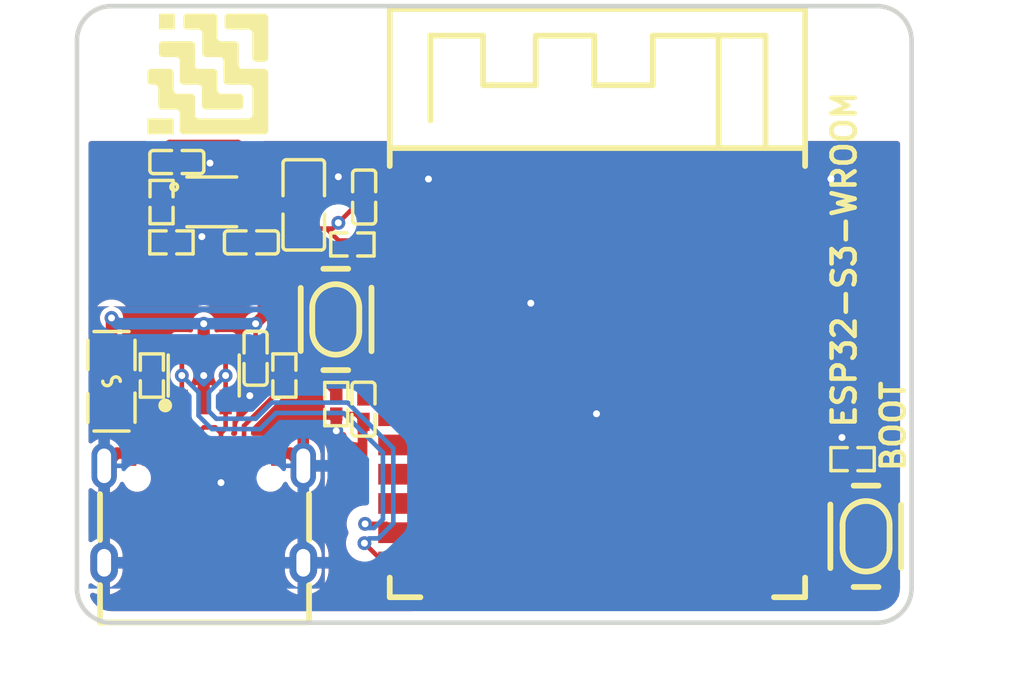
<source format=kicad_pcb>
(kicad_pcb (version 20241229) (generator "pcbnew") (generator_version "9.0")
  (layers (0 "F.Cu" signal) (2 "B.Cu" signal) (13 "F.Paste" user) (15 "B.Paste" user) (5 "F.SilkS" user "F.Silkscreen") (7 "B.SilkS" user "B.Silkscreen") (1 "F.Mask" user) (3 "B.Mask" user) (25 "Edge.Cuts" user))
  (net 0 "")
  (net 1 "DNC")
  (net 2 "i2c[0]-SCL")
  (net 3 "RXD0")
  (net 4 "SDA")
  (net 5 "IO9")
  (net 6 "spi_cs[2]-line")
  (net 7 "TXD0")
  (net 8 "CTS")
  (net 9 "IO47")
  (net 10 "spi_cs[3]-SCL")
  (net 11 "TMS")
  (net 12 "TX")
  (net 13 "i2s[1]-SD")
  (net 14 "i2s[1]-WS")
  (net 15 "IO46")
  (net 16 "IO45")
  (net 17 "TDO")
  (net 18 "IO36")
  (net 19 "IO35")
  (net 20 "i2s[0]-SCK")
  (net 21 "SCLK")
  (net 22 "RX")
  (net 23 "spi[2]-MISO")
  (net 24 "i2s[0]-SD")
  (net 25 "uart[0]-MOSI")
  (net 26 "spi[2]-MOSI")
  (net 27 "i2s[1]-SCK")
  (net 28 "IO48")
  (net 29 "TDI")
  (net 30 "TCK")
  (net 31 "IO37")
  (net 32 "uart[1]-MISO")
  (net 33 "IO38")
  (net 34 "i2s[0]-WS")
  (net 35 "output-output")
  (net 36 "button-input-input-1")
  (net 37 "gpios[0]-output")
  (net 38 "button-input-input-0")
  (net 39 "VDIV_OUTPUT")
  (net 40 "power-VCC")
  (net 41 "sbu[1]-line")
  (net 42 "power_in-VCC")
  (net 43 "GND")
  (net 44 "USB_D_N")
  (net 45 "USB_D_P")
  (net 46 "cc[1]-line")
  (net 47 "sbu[0]-line")
  (net 48 "power_vbus-VCC")
  (net 49 "cc[0]-line")
  (net 50 "net")
  (footprint "Samsung_Electro_Mechanics_CL05B104KO5NNNC:C0402" (layer "F.Cu") (at 137 126.25 -90)
    (property "Reference" "C3" (hide yes))
    (property "Value" "100nF ±10% 16V X7R")
  )
  (footprint "Samsung_Electro_Mechanics_CL05B104KO5NNNC:C0402" (layer "F.Cu") (at 141.71 119.25 90)
    (property "Reference" "C8" (hide yes))
    (property "Value" "100nF ±10% 16V X7R")
  )
  (footprint "Samsung_Electro_Mechanics_CL05A105KA5NQNC:C0402" (layer "F.Cu") (at 141.68 128.46 -90)
    (property "Reference" "C10" (hide yes))
    (property "Value" "1µF ±10% 25V X5R")
  )
  (footprint "STMicroelectronics_USBLC6_2SC6:SOT-23-6_L2.9-W1.6-P0.95-LS2.8-BL" (layer "F.Cu") (at 134.75 127 0)
    (property "Reference" "D1" (hide yes))
    (property "Value" "")
  )
  (footprint "UNI_ROYAL_0402WGF4702TCE:R0402" (layer "F.Cu") (at 132.92 119.47 -90)
    (property "Reference" "R5" (hide yes))
    (property "Value" "47kΩ ±1% 62.5mW")
  )
  (footprint "ALPSALPINE_SKRPACE010:KEY-SMD_4P-L4.2-W3.2-P2.20-LS4.6" (layer "F.Cu") (at 140.478656 124.565054 90)
    (property "Reference" "SW2" (hide yes))
    (property "Value" "")
  )
  (footprint "UNI_ROYAL_0402WGF1002TCE:R0402" (layer "F.Cu") (at 141.2 121.31 180)
    (property "Reference" "R3" (hide yes))
    (property "Value" "10kΩ ±1% 62.5mW")
  )
  (footprint "Texas_Instruments_TLV75901PDRVR:WSON-6_L2.0-W2.0-P0.65-TL-EP" (layer "F.Cu") (at 135.1 119.46 0)
    (property "Reference" "U3" (hide yes))
    (property "Value" "")
  )
  (footprint "BHFUSE_BSMD0805_050_15V:F0805" (layer "F.Cu") (at 130.75 127.25 90)
    (property "Reference" "F1" (hide yes))
    (property "Value" "")
  )
  (footprint "UNI_ROYAL_0402WGF1000TCE:R0402" (layer "F.Cu") (at 162.9 130.63 180)
    (property "Reference" "R2" (hide yes))
    (property "Value" "100Ω ±1% 62.5mW")
  )
  (footprint "UNI_ROYAL_0402WGF1000TCE:R0402" (layer "F.Cu") (at 140.5 128.24 -90)
    (property "Reference" "R4" (hide yes))
    (property "Value" "100Ω ±1% 62.5mW")
  )
  (footprint "ALPSALPINE_SKRPACE010:KEY-SMD_4P-L4.2-W3.2-P2.20-LS4.6" (layer "F.Cu") (at 163.485531 133.98022 -90)
    (property "Reference" "SW1" (hide yes))
    (property "Value" "")
  )
  (footprint "Samsung_Electro_Mechanics_CL05A105KA5NQNC:C0402" (layer "F.Cu") (at 136.8182922 121.22 180)
    (property "Reference" "C1" (hide yes))
    (property "Value" "1µF ±10% 25V X5R")
  )
  (footprint "UNI_ROYAL_0402WGF5101TCE:R0402" (layer "F.Cu") (at 138.25 127 90)
    (property "Reference" "R7" (hide yes))
    (property "Value" "5.1kΩ ±1% 62.5mW")
  )
  (footprint "UNI_ROYAL_0402WGF5101TCE:R0402" (layer "F.Cu") (at 132.5 127 90)
    (property "Reference" "R6" (hide yes))
    (property "Value" "5.1kΩ ±1% 62.5mW")
  )
  (footprint "SHOU_HAN_TYPE_C_16PIN_2MD_073:USB-C-SMD_TYPE-C-6PIN-2MD-073" (layer "F.Cu") (at 134.75 132.75 0)
    (property "Reference" "USB1" (hide yes))
    (property "Value" "")
  )
  (footprint "Samsung_Electro_Mechanics_CL21A226MQQNNNE:C0805" (layer "F.Cu") (at 139.09 119.5917078 90)
    (property "Reference" "C9" (hide yes))
    (property "Value" "22µF ±20% 6.3V X5R")
  )
  (footprint "Samsung_Electro_Mechanics_CL05A105KA5NQNC:C0402" (layer "F.Cu") (at 133.584604 117.731861 0)
    (property "Reference" "C2" (hide yes))
    (property "Value" "1µF ±10% 25V X5R")
  )
  (footprint "UNI_ROYAL_0402WGF1002TCE:R0402" (layer "F.Cu") (at 133.35 121.22 0)
    (property "Reference" "R1" (hide yes))
    (property "Value" "10kΩ ±1% 62.5mW")
  )
  (footprint "Espressif_Systems_ESP32_S3_WROOM_1_N8R8:WIRELM-SMD_ESP32-S3-WROOM-1" (layer "F.Cu") (at 151.8208462 127.4748432 0)
    (property "Reference" "U2" (hide yes))
    (property "Value" "")
  )
  (via (at 140.59 120.37) (size 0.6) (drill 0.3) (layers "F.Cu" "B.Cu") (net 40))
  (via (at 134.75 124.75) (size 0.6) (drill 0.3) (layers "F.Cu" "B.Cu") (net 42))
  (via (at 130.75 124.5) (size 0.6) (drill 0.3) (layers "F.Cu" "B.Cu") (net 42))
  (via (at 137 124.75) (size 0.6) (drill 0.3) (layers "F.Cu" "B.Cu") (net 42))
  (via (at 140.59 118.37) (size 0.6) (drill 0.3) (layers "F.Cu" "B.Cu") (net 43))
  (via (at 161.96 118.46) (size 0.6) (drill 0.3) (layers "F.Cu" "B.Cu") (net 43))
  (via (at 135.021543 117.776211) (size 0.6) (drill 0.3) (layers "F.Cu" "B.Cu") (net 43))
  (via (at 140.5 129.4) (size 0.6) (drill 0.3) (layers "F.Cu" "B.Cu") (net 43))
  (via (at 134.75 127) (size 0.6) (drill 0.3) (layers "F.Cu" "B.Cu") (net 43))
  (via (at 144.5 118.47) (size 0.6) (drill 0.3) (layers "F.Cu" "B.Cu") (net 43))
  (via (at 135.5 131.65) (size 0.6) (drill 0.3) (layers "F.Cu" "B.Cu") (net 43))
  (via (at 151.79 128.66) (size 0.6) (drill 0.3) (layers "F.Cu" "B.Cu") (net 43))
  (via (at 136.75 127.875) (size 0.6) (drill 0.3) (layers "F.Cu" "B.Cu") (net 43))
  (via (at 134.67 120.97) (size 0.6) (drill 0.3) (layers "F.Cu" "B.Cu") (net 43))
  (via (at 162.44 129.69) (size 0.6) (drill 0.3) (layers "F.Cu" "B.Cu") (net 43))
  (via (at 148.94 123.86) (size 0.6) (drill 0.3) (layers "F.Cu" "B.Cu") (net 43))
  (via (at 141.75 133.44) (size 0.6) (drill 0.3) (layers "F.Cu" "B.Cu") (net 44))
  (via (at 133.8 127) (size 0.6) (drill 0.3) (layers "F.Cu" "B.Cu") (net 44))
  (via (at 141.721392 134.278608) (size 0.6) (drill 0.3) (layers "F.Cu" "B.Cu") (net 45))
  (via (at 135.7 127) (size 0.6) (drill 0.3) (layers "F.Cu" "B.Cu") (net 45))
  (segment (start 141.63 121.31) (end 142.89 121.31) (width 0.2) (layer "F.Cu") (net 35))
  (segment (start 141.63 121.31) (end 141.63 122.36) (width 0.2) (layer "F.Cu") (net 35))
  (segment (start 141.72 122.45) (end 141.72 126.65) (width 0.2) (layer "F.Cu") (net 35))
  (segment (start 141.63 122.36) (end 141.72 122.45) (width 0.2) (layer "F.Cu") (net 35))
  (segment (start 141.68 126.69) (end 141.72 126.65) (width 0.2) (layer "F.Cu") (net 35))
  (segment (start 141.68 127.91) (end 141.68 126.69) (width 0.2) (layer "F.Cu") (net 35))
  (segment (start 142.89 121.31) (end 143.1 121.1) (width 0.2) (layer "F.Cu") (net 35))
  (segment (start 140.5 127.81) (end 140.48 127.81) (width 0.2) (layer "F.Cu") (net 36))
  (segment (start 139.58 122.45) (end 139.58 126.65) (width 0.2) (layer "F.Cu") (net 36))
  (segment (start 139.58 126.91) (end 139.58 126.65) (width 0.2) (layer "F.Cu") (net 36))
  (segment (start 140.48 127.81) (end 139.58 126.91) (width 0.2) (layer "F.Cu") (net 36))
  (segment (start 160.6 135.07) (end 160.93 135.07) (width 0.2) (layer "F.Cu") (net 37))
  (segment (start 160.93 135.07) (end 162 136.14) (width 0.2) (layer "F.Cu") (net 37))
  (segment (start 162 136.14) (end 162.42 136.14) (width 0.2) (layer "F.Cu") (net 37))
  (segment (start 162.42 131.94) (end 162.42 136.14) (width 0.2) (layer "F.Cu") (net 37))
  (segment (start 163.42 130.63) (end 164.56 131.77) (width 0.2) (layer "F.Cu") (net 38))
  (segment (start 163.33 130.63) (end 163.42 130.63) (width 0.2) (layer "F.Cu") (net 38))
  (segment (start 164.56 131.77) (end 164.56 131.94) (width 0.2) (layer "F.Cu") (net 38))
  (segment (start 164.45 136.09) (end 164.45 131.89) (width 0.2) (layer "F.Cu") (net 38))
  (segment (start 164.555531 131.88022) (end 164.555531 136.08022) (width 0.2) (layer "F.Cu") (net 38))
  (segment (start 133.865 119.46) (end 133.425 119.9) (width 0.15) (layer "F.Cu") (net 39))
  (segment (start 133.425 119.9) (end 132.92 119.9) (width 0.15) (layer "F.Cu") (net 39))
  (segment (start 134.07 119.46) (end 133.865 119.46) (width 0.15) (layer "F.Cu") (net 39))
  (segment (start 132.92 119.9) (end 132.92 121.22) (width 0.15) (layer "F.Cu") (net 39))
  (segment (start 133.034604 117.731861) (end 133.034604 117.264861) (width 0.5) (layer "F.Cu") (net 40))
  (segment (start 140.08 120.62) (end 139.09 120.62) (width 0.2) (layer "F.Cu") (net 40))
  (segment (start 141.16 119.8) (end 143.07 119.8) (width 0.2) (layer "F.Cu") (net 40))
  (segment (start 137.964 119.776) (end 138.808 120.62) (width 0.5) (layer "F.Cu") (net 40))
  (segment (start 140.08 120.62) (end 140.34 120.62) (width 0.2) (layer "F.Cu") (net 40))
  (segment (start 132.92 118.81) (end 132.92 119.04) (width 0.15) (layer "F.Cu") (net 40))
  (segment (start 137.964 119.764) (end 137.964 119.776) (width 0.5) (layer "F.Cu") (net 40))
  (segment (start 133.034604 117.731861) (end 133.034604 118.925396) (width 0.15) (layer "F.Cu") (net 40))
  (segment (start 133.034604 117.264861) (end 133.288604 117.010861) (width 0.5) (layer "F.Cu") (net 40))
  (segment (start 137.4 119.2) (end 137.964 119.764) (width 0.5) (layer "F.Cu") (net 40))
  (segment (start 133.034604 118.925396) (end 132.92 119.04) (width 0.15) (layer "F.Cu") (net 40))
  (segment (start 134.07 118.81) (end 132.92 118.81) (width 0.15) (layer "F.Cu") (net 40))
  (segment (start 141.71 119.8) (end 143.07 119.8) (width 0.2) (layer "F.Cu") (net 40))
  (segment (start 133.288604 117.010861) (end 136.210861 117.010861) (width 0.5) (layer "F.Cu") (net 40))
  (segment (start 140.34 120.62) (end 141.16 119.8) (width 0.2) (layer "F.Cu") (net 40))
  (segment (start 140.77 121.31) (end 140.08 120.62) (width 0.2) (layer "F.Cu") (net 40))
  (segment (start 136.210861 117.010861) (end 137.4 118.2) (width 0.5) (layer "F.Cu") (net 40))
  (segment (start 143.07 119.8) (end 143.1 119.83) (width 0.2) (layer "F.Cu") (net 40))
  (segment (start 137.4 118.2) (end 137.4 119.2) (width 0.5) (layer "F.Cu") (net 40))
  (segment (start 138.808 120.62) (end 139.09 120.62) (width 0.5) (layer "F.Cu") (net 40))
  (segment (start 136.82 119.87) (end 136.82 119.07) (width 0.15) (layer "F.Cu") (net 42))
  (segment (start 137.34 120.79) (end 136.66 120.11) (width 0.15) (layer "F.Cu") (net 42))
  (segment (start 137.34 124.41) (end 137.34 121.22) (width 0.5) (layer "F.Cu") (net 42))
  (segment (start 137.34 121.22) (end 137.34 120.79) (width 0.15) (layer "F.Cu") (net 42))
  (segment (start 134.75 124.75) (end 134.75 125.85) (width 0.53) (layer "F.Cu") (net 42))
  (segment (start 137 125.7) (end 137 124.75) (width 0.2) (layer "F.Cu") (net 42))
  (segment (start 136.66 120.11) (end 136.58 120.11) (width 0.15) (layer "F.Cu") (net 42))
  (segment (start 136.58 120.11) (end 136.82 119.87) (width 0.15) (layer "F.Cu") (net 42))
  (segment (start 136.56 118.81) (end 136.82 119.07) (width 0.15) (layer "F.Cu") (net 42))
  (segment (start 130.75 124.5) (end 130.75 126.11) (width 0.5) (layer "F.Cu") (net 42))
  (segment (start 136.13 118.81) (end 136.56 118.81) (width 0.15) (layer "F.Cu") (net 42))
  (segment (start 136.13 120.11) (end 136.58 120.11) (width 0.15) (layer "F.Cu") (net 42))
  (segment (start 137 124.75) (end 137.34 124.41) (width 0.5) (layer "F.Cu") (net 42))
  (segment (start 134.75 124.75) (end 131 124.75) (width 0.5) (layer "B.Cu") (net 42))
  (segment (start 134.75 124.75) (end 137 124.75) (width 0.5) (layer "B.Cu") (net 42))
  (segment (start 131 124.75) (end 130.75 124.5) (width 0.5) (layer "B.Cu") (net 42))
  (segment (start 138.52 130.37) (end 139.07 130.92) (width 0.5) (layer "F.Cu") (net 43))
  (segment (start 161.86 118.56) (end 161.96 118.46) (width 0.2) (layer "F.Cu") (net 43))
  (segment (start 134.07 120.37) (end 134.67 120.97) (width 0.15) (layer "F.Cu") (net 43))
  (segment (start 150.35 124.88) (end 150.35 127.68) (width 0.2) (layer "F.Cu") (net 43))
  (segment (start 135.1 117.854668) (end 135.1 119.46) (width 0.15) (layer "F.Cu") (net 43))
  (segment (start 140.5 128.67) (end 140.5 129.4) (width 0.2) (layer "F.Cu") (net 43))
  (segment (start 141.71 118.7) (end 142.96 118.7) (width 0.2) (layer "F.Cu") (net 43))
  (segment (start 134.977193 117.731861) (end 135.021543 117.776211) (width 0.15) (layer "F.Cu") (net 43))
  (segment (start 134.134604 117.731861) (end 134.977193 117.731861) (width 0.15) (layer "F.Cu") (net 43))
  (segment (start 151.75 127.68) (end 151.75 128.62) (width 0.2) (layer "F.Cu") (net 43))
  (segment (start 135.1 119.46) (end 135.1 120.54) (width 0.15) (layer "F.Cu") (net 43))
  (segment (start 151.75 126.28) (end 148.95 126.28) (width 0.2) (layer "F.Cu") (net 43))
  (segment (start 131.55 130.37) (end 130.98 130.37) (width 0.5) (layer "F.Cu") (net 43))
  (segment (start 148.95 124.88) (end 148.95 123.87) (width 0.2) (layer "F.Cu") (net 43))
  (segment (start 135.021543 117.776211) (end 135.1 117.854668) (width 0.15) (layer "F.Cu") (net 43))
  (segment (start 144.46 118.51) (end 144.5 118.47) (width 0.2) (layer "F.Cu") (net 43))
  (segment (start 151.75 128.62) (end 151.79 128.66) (width 0.2) (layer "F.Cu") (net 43))
  (segment (start 160.6 118.56) (end 161.86 118.56) (width 0.2) (layer "F.Cu") (net 43))
  (segment (start 141.38 118.37) (end 139.34 118.37) (width 0.2) (layer "F.Cu") (net 43))
  (segment (start 162.47 129.72) (end 162.44 129.69) (width 0.2) (layer "F.Cu") (net 43))
  (segment (start 142.96 118.7) (end 143.1 118.56) (width 0.2) (layer "F.Cu") (net 43))
  (segment (start 139.34 118.37) (end 139.09 118.62) (width 0.2) (layer "F.Cu") (net 43))
  (segment (start 134.42 121.22) (end 134.67 120.97) (width 0.15) (layer "F.Cu") (net 43))
  (segment (start 137.95 130.37) (end 138.52 130.37) (width 0.5) (layer "F.Cu") (net 43))
  (segment (start 151.75 127.68) (end 148.95 127.68) (width 0.2) (layer "F.Cu") (net 43))
  (segment (start 130.98 130.37) (end 130.43 130.92) (width 0.5) (layer "F.Cu") (net 43))
  (segment (start 141.34 128.67) (end 141.68 129.01) (width 0.2) (layer "F.Cu") (net 43))
  (segment (start 142.99 118.51) (end 144.46 118.51) (width 0.2) (layer "F.Cu") (net 43))
  (segment (start 136.24 121.22) (end 134.92 121.22) (width 0.15) (layer "F.Cu") (net 43))
  (segment (start 140.5 128.67) (end 141.34 128.67) (width 0.2) (layer "F.Cu") (net 43))
  (segment (start 148.95 123.87) (end 148.94 123.86) (width 0.2) (layer "F.Cu") (net 43))
  (segment (start 134.75 127) (end 134.75 128.15) (width 0.53) (layer "F.Cu") (net 43))
  (segment (start 141.71 118.7) (end 141.38 118.37) (width 0.2) (layer "F.Cu") (net 43))
  (segment (start 134.07 120.11) (end 134.07 120.37) (width 0.15) (layer "F.Cu") (net 43))
  (segment (start 151.75 124.88) (end 151.75 127.68) (width 0.2) (layer "F.Cu") (net 43))
  (segment (start 134.92 121.22) (end 134.67 120.97) (width 0.15) (layer "F.Cu") (net 43))
  (segment (start 133.78 121.22) (end 134.42 121.22) (width 0.15) (layer "F.Cu") (net 43))
  (segment (start 162.47 130.63) (end 162.47 129.72) (width 0.2) (layer "F.Cu") (net 43))
  (segment (start 148.95 124.88) (end 151.75 124.88) (width 0.2) (layer "F.Cu") (net 43))
  (segment (start 135.1 120.54) (end 134.67 120.97) (width 0.15) (layer "F.Cu") (net 43))
  (segment (start 148.95 127.68) (end 148.95 124.88) (width 0.2) (layer "F.Cu") (net 43))
  (segment (start 133.8 127) (end 133.8 125.85) (width 0.2) (layer "F.Cu") (net 44))
  (segment (start 133.8 128.15) (end 133.8 125.85) (width 0.2) (layer "F.Cu") (net 44))
  (segment (start 134 130.37) (end 134 129.25) (width 0.2) (layer "F.Cu") (net 44))
  (segment (start 134 129.25) (end 133.8 129.05) (width 0.2) (layer "F.Cu") (net 44))
  (segment (start 135 131.25) (end 135 130.37) (width 0.2) (layer "F.Cu") (net 44))
  (segment (start 134.25 131.5) (end 134.75 131.5) (width 0.2) (layer "F.Cu") (net 44))
  (segment (start 134 131.25) (end 134.25 131.5) (width 0.2) (layer "F.Cu") (net 44))
  (segment (start 134.75 131.5) (end 135 131.25) (width 0.2) (layer "F.Cu") (net 44))
  (segment (start 142.68 133.44) (end 141.75 133.44) (width 0.2) (layer "F.Cu") (net 44))
  (segment (start 133.8 129.05) (end 133.8 128.15) (width 0.2) (layer "F.Cu") (net 44))
  (segment (start 134 130.37) (end 134 131.25) (width 0.2) (layer "F.Cu") (net 44))
  (segment (start 142.99 133.75) (end 142.68 133.44) (width 0.2) (layer "F.Cu") (net 44))
  (segment (start 142.139968 133.619999) (end 142.525 133.234967) (width 0.2) (layer "B.Cu") (net 44))
  (segment (start 134.524999 128.743197) (end 134.524999 127.724999) (width 0.2) (layer "B.Cu") (net 44))
  (segment (start 137.193198 129.325) (end 135.106802 129.325) (width 0.2) (layer "B.Cu") (net 44))
  (segment (start 140.806802 128.625) (end 137.893198 128.625) (width 0.2) (layer "B.Cu") (net 44))
  (segment (start 137.893198 128.625) (end 137.193198 129.325) (width 0.2) (layer "B.Cu") (net 44))
  (segment (start 141.75 133.44) (end 141.929999 133.619999) (width 0.2) (layer "B.Cu") (net 44))
  (segment (start 142.525 133.234967) (end 142.525 130.343198) (width 0.2) (layer "B.Cu") (net 44))
  (segment (start 142.525 130.343198) (end 140.806802 128.625) (width 0.2) (layer "B.Cu") (net 44))
  (segment (start 141.929999 133.619999) (end 142.139968 133.619999) (width 0.2) (layer "B.Cu") (net 44))
  (segment (start 134.524999 127.724999) (end 133.8 127) (width 0.2) (layer "B.Cu") (net 44))
  (segment (start 135.106802 129.325) (end 134.524999 128.743197) (width 0.2) (layer "B.Cu") (net 44))
  (segment (start 135.7 128.15) (end 135.7 129.3) (width 0.2) (layer "F.Cu") (net 45))
  (segment (start 135.5 129.5) (end 135.5 130.37) (width 0.2) (layer "F.Cu") (net 45))
  (segment (start 134.75 129.25) (end 135.25 129.25) (width 0.2) (layer "F.Cu") (net 45))
  (segment (start 134.5 129.5) (end 134.75 129.25) (width 0.2) (layer "F.Cu") (net 45))
  (segment (start 142.462785 135.02) (end 142.99 135.02) (width 0.2) (layer "F.Cu") (net 45))
  (segment (start 141.721392 134.278608) (end 142.462785 135.02) (width 0.2) (layer "F.Cu") (net 45))
  (segment (start 134.5 130.37) (end 134.5 129.5) (width 0.2) (layer "F.Cu") (net 45))
  (segment (start 135.7 128.15) (end 135.7 125.85) (width 0.2) (layer "F.Cu") (net 45))
  (segment (start 135.7 127) (end 135.7 125.85) (width 0.2) (layer "F.Cu") (net 45))
  (segment (start 135.7 129.3) (end 135.5 129.5) (width 0.2) (layer "F.Cu") (net 45))
  (segment (start 135.25 129.25) (end 135.5 129.5) (width 0.2) (layer "F.Cu") (net 45))
  (segment (start 142.975 130.156802) (end 140.993198 128.175) (width 0.2) (layer "B.Cu") (net 45))
  (segment (start 137.006802 128.875) (end 135.293198 128.875) (width 0.2) (layer "B.Cu") (net 45))
  (segment (start 141.721392 134.278608) (end 141.929999 134.070001) (width 0.2) (layer "B.Cu") (net 45))
  (segment (start 142.975 133.421363) (end 142.975 130.156802) (width 0.2) (layer "B.Cu") (net 45))
  (segment (start 134.975001 127.724999) (end 135.7 127) (width 0.2) (layer "B.Cu") (net 45))
  (segment (start 140.993198 128.175) (end 137.706802 128.175) (width 0.2) (layer "B.Cu") (net 45))
  (segment (start 137.706802 128.175) (end 137.006802 128.875) (width 0.2) (layer "B.Cu") (net 45))
  (segment (start 135.293198 128.875) (end 134.975001 128.556803) (width 0.2) (layer "B.Cu") (net 45))
  (segment (start 134.975001 128.556803) (end 134.975001 127.724999) (width 0.2) (layer "B.Cu") (net 45))
  (segment (start 142.326362 134.070001) (end 142.975 133.421363) (width 0.2) (layer "B.Cu") (net 45))
  (segment (start 141.929999 134.070001) (end 142.326362 134.070001) (width 0.2) (layer "B.Cu") (net 45))
  (segment (start 136.5 129.18) (end 136.5 130.37) (width 0.2) (layer "F.Cu") (net 46))
  (segment (start 138.25 127.43) (end 136.5 129.18) (width 0.2) (layer "F.Cu") (net 46))
  (segment (start 132.35 130.37) (end 132.35 130.948636) (width 0.2) (layer "F.Cu") (net 48))
  (segment (start 137.15 130.37) (end 137.15 130.948636) (width 0.2) (layer "F.Cu") (net 48))
  (segment (start 133.75 132.5) (end 135.75 132.5) (width 0.5) (layer "F.Cu") (net 48))
  (segment (start 137.15 130.948636) (end 136.75 131.348636) (width 0.2) (layer "F.Cu") (net 48))
  (segment (start 136.75 131.5) (end 135.75 132.5) (width 0.5) (layer "F.Cu") (net 48))
  (segment (start 132.75 131.348636) (end 132.75 131.5) (width 0.2) (layer "F.Cu") (net 48))
  (segment (start 132.35 129.1) (end 131.64 128.39) (width 0.5) (layer "F.Cu") (net 48))
  (segment (start 136.75 131.348636) (end 136.75 131.5) (width 0.2) (layer "F.Cu") (net 48))
  (segment (start 132.35 130.37) (end 132.35 129.1) (width 0.5) (layer "F.Cu") (net 48))
  (segment (start 131.64 128.39) (end 130.75 128.39) (width 0.5) (layer "F.Cu") (net 48))
  (segment (start 132.75 131.5) (end 133.75 132.5) (width 0.5) (layer "F.Cu") (net 48))
  (segment (start 132.35 130.948636) (end 132.75 131.348636) (width 0.2) (layer "F.Cu") (net 48))
  (segment (start 132.5 127.43) (end 132.5 128.3171) (width 0.2) (layer "F.Cu") (net 49))
  (segment (start 133.5 129.3171) (end 133.5 130.37) (width 0.2) (layer "F.Cu") (net 49))
  (segment (start 132.5 128.3171) (end 133.5 129.3171) (width 0.2) (layer "F.Cu") (net 49))
  (gr_line (start 130.75 110.96) (end 163.96 110.96) (stroke (width 0.2)) (layer "Edge.Cuts"))
  (gr_line (start 165.46 112.46) (end 165.46 136.23) (stroke (width 0.2)) (layer "Edge.Cuts"))
  (gr_line (start 129.25 136.23) (end 129.25 112.46) (stroke (width 0.2)) (layer "Edge.Cuts"))
  (gr_line (start 163.96 137.73) (end 130.75 137.73) (stroke (width 0.2)) (layer "Edge.Cuts"))
  (gr_arc (start 163.96 110.96) (mid 165.02066 111.39934) (end 165.46 112.46) (stroke (width 0.2)) (layer "Edge.Cuts"))
  (gr_arc (start 165.46 136.23) (mid 165.02066 137.29066) (end 163.96 137.73) (stroke (width 0.2)) (layer "Edge.Cuts"))
  (gr_arc (start 130.75 137.73) (mid 129.68934 137.29066) (end 129.25 136.23) (stroke (width 0.2)) (layer "Edge.Cuts"))
  (gr_arc (start 129.25 112.46) (mid 129.68934 111.39934) (end 130.75 110.96) (stroke (width 0.2)) (layer "Edge.Cuts"))
  (gr_poly (pts (xy 134.210403 112.487554) (xy 134.218977 112.488206) (xy 134.227426 112.48928) (xy 134.235739 112.490764) (xy 134.243904 112.49265) (xy 134.251912 112.494925) (xy 134.259753 112.497579) (xy 134.267415 112.500601) (xy 134.274888 112.503982) (xy 134.282162 112.507709) (xy 134.289225 112.511774) (xy 134.296068 112.516164) (xy 134.30268 112.520869) (xy 134.30905 112.525879) (xy 134.315169 112.531183) (xy 134.321024 112.53677) (xy 134.326606 112.542629) (xy 134.331905 112.548751) (xy 134.336909 112.555124) (xy 134.341608 112.561738) (xy 134.345992 112.568582) (xy 134.35005 112.575646) (xy 134.353771 112.582918) (xy 134.357146 112.590388) (xy 134.360163 112.598046) (xy 134.362812 112.60588) (xy 134.365082 112.613881) (xy 134.366963 112.622038) (xy 134.368445 112.630339) (xy 134.369516 112.638774) (xy 134.370166 112.647334) (xy 134.370385 112.656006) (xy 134.370385 113.517621) (xy 134.370605 113.526311) (xy 134.371257 113.534885) (xy 134.372331 113.543334) (xy 134.373816 113.551646) (xy 134.375701 113.559812) (xy 134.377976 113.56782) (xy 134.38063 113.575661) (xy 134.383653 113.583323) (xy 134.387033 113.590796) (xy 134.390761 113.598069) (xy 134.394825 113.605133) (xy 134.399215 113.611976) (xy 134.40392 113.618588) (xy 134.40893 113.624958) (xy 134.414234 113.631076) (xy 134.419821 113.636932) (xy 134.425681 113.642514) (xy 134.431803 113.647812) (xy 134.438176 113.652817) (xy 134.44479 113.657516) (xy 134.451634 113.6619) (xy 134.458697 113.665958) (xy 134.465969 113.669679) (xy 134.473439 113.673054) (xy 134.481097 113.676071) (xy 134.488932 113.678719) (xy 134.496933 113.68099) (xy 134.505089 113.682871) (xy 134.51339 113.684352) (xy 134.521826 113.685424) (xy 134.530385 113.686074) (xy 134.539057 113.686293) (xy 135.174652 113.686293) (xy 135.183342 113.686513) (xy 135.191916 113.687165) (xy 135.200365 113.688239) (xy 135.208677 113.689724) (xy 135.216843 113.691609) (xy 135.224851 113.693884) (xy 135.232692 113.696538) (xy 135.240354 113.699561) (xy 135.247827 113.702941) (xy 135.255101 113.706669) (xy 135.262164 113.710733) (xy 135.269007 113.715123) (xy 135.275619 113.719828) (xy 135.281989 113.724838) (xy 135.288108 113.730142) (xy 135.293963 113.735729) (xy 135.299545 113.741589) (xy 135.304844 113.74771) (xy 135.309848 113.754084) (xy 135.314547 113.760697) (xy 135.318931 113.767541) (xy 135.322989 113.774605) (xy 135.32671 113.781877) (xy 135.330085 113.789347) (xy 135.333102 113.797005) (xy 135.335751 113.80484) (xy 135.338021 113.812841) (xy 135.339902 113.820997) (xy 135.341383 113.829298) (xy 135.342455 113.837734) (xy 135.343105 113.846293) (xy 135.343324 113.854965) (xy 135.343324 114.594343) (xy 135.343544 114.603033) (xy 135.344196 114.611607) (xy 135.34527 114.620056) (xy 135.346755 114.628368) (xy 135.34864 114.636534) (xy 135.350915 114.644542) (xy 135.353569 114.652382) (xy 135.356592 114.660044) (xy 135.359972 114.667517) (xy 135.3637 114.674791) (xy 135.367764 114.681855) (xy 135.372154 114.688698) (xy 135.376859 114.69531) (xy 135.381869 114.70168) (xy 135.387173 114.707798) (xy 135.39276 114.713653) (xy 135.39862 114.719236) (xy 135.404742 114.724534) (xy 135.411115 114.729538) (xy 135.417729 114.734238) (xy 135.424573 114.738621) (xy 135.431636 114.742679) (xy 135.438908 114.746401) (xy 135.446378 114.749775) (xy 135.454036 114.752792) (xy 135.461871 114.755441) (xy 135.469872 114.757711) (xy 135.478028 114.759593) (xy 135.486329 114.761074) (xy 135.494765 114.762145) (xy 135.503324 114.762796) (xy 135.511996 114.763015) (xy 136.299595 114.763015) (xy 136.308284 114.763235) (xy 136.316859 114.763887) (xy 136.325307 114.76496) (xy 136.33362 114.766445) (xy 136.341785 114.76833) (xy 136.349794 114.770606) (xy 136.357634 114.77326) (xy 136.365296 114.776282) (xy 136.372769 114.779663) (xy 136.380043 114.78339) (xy 136.387106 114.787454) (xy 136.393949 114.791844) (xy 136.400561 114.79655) (xy 136.406932 114.80156) (xy 136.41305 114.806863) (xy 136.418905 114.812451) (xy 136.424487 114.81831) (xy 136.429786 114.824432) (xy 136.43479 114.830805) (xy 136.439489 114.837419) (xy 136.443873 114.844263) (xy 136.447931 114.851327) (xy 136.451653 114.858599) (xy 136.455027 114.866069) (xy 136.458044 114.873727) (xy 136.460693 114.881561) (xy 136.462963 114.889562) (xy 136.464844 114.897719) (xy 136.466326 114.90602) (xy 136.467397 114.914455) (xy 136.468047 114.923015) (xy 136.468267 114.931687) (xy 136.468267 115.283516) (xy 136.468047 115.292206) (xy 136.467395 115.30078) (xy 136.466321 115.309229) (xy 136.464836 115.317541) (xy 136.462951 115.325707) (xy 136.460676 115.333715) (xy 136.458022 115.341556) (xy 136.454999 115.349218) (xy 136.451619 115.356691) (xy 136.447891 115.363964) (xy 136.443827 115.371028) (xy 136.439437 115.377871) (xy 136.434732 115.384483) (xy 136.429722 115.390853) (xy 136.424418 115.396971) (xy 136.418831 115.402827) (xy 136.412971 115.408409) (xy 136.406849 115.413708) (xy 136.400476 115.418712) (xy 136.393862 115.423411) (xy 136.387018 115.427795) (xy 136.379955 115.431853) (xy 136.372683 115.435574) (xy 136.365212 115.438949) (xy 136.357555 115.441966) (xy 136.34972 115.444615) (xy 136.341719 115.446885) (xy 136.333563 115.448766) (xy 136.325261 115.450247) (xy 136.316826 115.451319) (xy 136.308267 115.451969) (xy 136.299595 115.452188) (xy 134.841873 115.452188) (xy 134.833183 115.451969) (xy 134.824609 115.451317) (xy 134.81616 115.450243) (xy 134.807848 115.448758) (xy 134.799682 115.446873) (xy 134.791674 115.444598) (xy 134.783833 115.441944) (xy 134.776171 115.438921) (xy 134.768698 115.43554) (xy 134.761425 115.431813) (xy 134.754361 115.427749) (xy 134.747518 115.423359) (xy 134.740906 115.418653) (xy 134.734536 115.413644) (xy 134.728418 115.40834) (xy 134.722562 115.402753) (xy 134.71698 115.396893) (xy 134.711682 115.390771) (xy 134.706678 115.384398) (xy 134.701978 115.377784) (xy 134.697594 115.37094) (xy 134.693537 115.363877) (xy 134.689815 115.356604) (xy 134.686441 115.349134) (xy 134.683424 115.341476) (xy 134.680775 115.333642) (xy 134.678504 115.325641) (xy 134.676623 115.317484) (xy 134.675142 115.309183) (xy 134.674071 115.300748) (xy 134.67342 115.292189) (xy 134.673201 115.283516) (xy 134.673201 114.544138) (xy 134.672981 114.535449) (xy 134.672329 114.526874) (xy 134.671255 114.518426) (xy 134.669771 114.510113) (xy 134.667885 114.501948) (xy 134.66561 114.493939) (xy 134.662956 114.486099) (xy 134.659934 114.478437) (xy 134.656553 114.470964) (xy 134.652826 114.46369) (xy 134.648761 114.456627) (xy 134.644371 114.449784) (xy 134.639666 114.443172) (xy 134.634656 114.436801) (xy 134.629352 114.430683) (xy 134.623765 114.424828) (xy 134.617906 114.419246) (xy 134.611784 114.413947) (xy 134.605411 114.408943) (xy 134.598797 114.404244) (xy 134.591953 114.39986) (xy 134.584889 114.395802) (xy 134.577617 114.39208) (xy 134.570147 114.388706) (xy 134.562489 114.385689) (xy 134.554654 114.38304) (xy 134.546654 114.38077) (xy 134.538497 114.378889) (xy 134.530196 114.377407) (xy 134.52176 114.376336) (xy 134.513201 114.375686) (xy 134.504529 114.375466) (xy 133.880443 114.375466) (xy 133.871754 114.375247) (xy 133.863179 114.374595) (xy 133.85473 114.373521) (xy 133.846418 114.372036) (xy 133.838252 114.370151) (xy 133.830244 114.367876) (xy 133.822404 114.365222) (xy 133.814742 114.362199) (xy 133.807269 114.358819) (xy 133.799995 114.355091) (xy 133.792932 114.351027) (xy 133.786088 114.346637) (xy 133.779477 114.341932) (xy 133.773106 114.336922) (xy 133.766988 114.331618) (xy 133.761133 114.326031) (xy 133.75555 114.320171) (xy 133.750252 114.314049) (xy 133.745248 114.307676) (xy 133.740549 114.301062) (xy 133.736165 114.294218) (xy 133.732107 114.287155) (xy 133.728385 114.279883) (xy 133.725011 114.272412) (xy 133.721994 114.264755) (xy 133.719345 114.25692) (xy 133.717075 114.248919) (xy 133.715194 114.240763) (xy 133.713712 114.232462) (xy 133.712641 114.224026) (xy 133.71199 114.215467) (xy 133.711771 114.206795) (xy 133.711771 113.345179) (xy 133.711552 113.33649) (xy 133.7109 113.327915) (xy 133.709826 113.319466) (xy 133.708341 113.311154) (xy 133.706456 113.302988) (xy 133.704181 113.29498) (xy 133.701527 113.28714) (xy 133.698504 113.279478) (xy 133.695123 113.272005) (xy 133.691396 113.264731) (xy 133.687332 113.257667) (xy 133.682942 113.250824) (xy 133.678236 113.244212) (xy 133.673227 113.237842) (xy 133.667923 113.231724) (xy 133.662336 113.225869) (xy 133.656476 113.220286) (xy 133.650354 113.214988) (xy 133.643981 113.209984) (xy 133.637367 113.205285) (xy 133.630523 113.200901) (xy 133.62346 113.196843) (xy 133.616187 113.193121) (xy 133.608717 113.189747) (xy 133.601059 113.18673) (xy 133.593225 113.184081) (xy 133.585224 113.181811) (xy 133.577068 113.179929) (xy 133.568766 113.178448) (xy 133.560331 113.177377) (xy 133.551772 113.176726) (xy 133.543099 113.176507) (xy 132.974576 113.176507) (xy 132.965886 113.176287) (xy 132.957312 113.175635) (xy 132.948863 113.174562) (xy 132.940551 113.173077) (xy 132.932385 113.171192) (xy 132.924377 113.168917) (xy 132.916537 113.166262) (xy 132.908875 113.16324) (xy 132.901401 113.159859) (xy 132.894128 113.156132) (xy 132.887064 113.152068) (xy 132.880221 113.147678) (xy 132.873609 113.142972) (xy 132.867239 113.137962) (xy 132.861121 113.132659) (xy 132.855265 113.127071) (xy 132.849683 113.121212) (xy 132.844385 113.11509) (xy 132.839381 113.108717) (xy 132.834681 113.102103) (xy 132.830298 113.095259) (xy 132.82624 113.088196) (xy 132.822518 113.080923) (xy 132.819144 113.073453) (xy 132.816127 113.065795) (xy 132.813478 113.057961) (xy 132.811207 113.04996) (xy 132.809326 113.041803) (xy 132.807845 113.033502) (xy 132.806774 113.025067) (xy 132.806123 113.016507) (xy 132.805904 113.007835) (xy 132.805904 112.656006) (xy 132.806124 112.647316) (xy 132.806776 112.638742) (xy 132.80785 112.630293) (xy 132.809335 112.621981) (xy 132.81122 112.613815) (xy 132.813495 112.605807) (xy 132.816149 112.597966) (xy 132.819172 112.590304) (xy 132.822552 112.582831) (xy 132.82628 112.575558) (xy 132.830344 112.568494) (xy 132.834734 112.561651) (xy 132.839439 112.555039) (xy 132.844449 112.548669) (xy 132.849753 112.542551) (xy 132.85534 112.536695) (xy 132.8612 112.531113) (xy 132.867322 112.525815) (xy 132.873695 112.520811) (xy 132.880309 112.516111) (xy 132.887153 112.511727) (xy 132.894216 112.507669) (xy 132.901488 112.503948) (xy 132.908958 112.500573) (xy 132.916616 112.497556) (xy 132.924451 112.494908) (xy 132.932452 112.492637) (xy 132.940608 112.490756) (xy 132.948909 112.489275) (xy 132.957345 112.488204) (xy 132.965904 112.487553) (xy 132.974576 112.487334) (xy 134.201714 112.487334)) (stroke (width -0.000001)) (fill yes) (layer "F.SilkS"))
  (gr_poly (pts (xy 137.389173 111.288396) (xy 137.397748 111.289048) (xy 137.406196 111.290122) (xy 137.414509 111.291606) (xy 137.422674 111.293492) (xy 137.430683 111.295767) (xy 137.438523 111.298421) (xy 137.446185 111.301443) (xy 137.453658 111.304824) (xy 137.460932 111.308551) (xy 137.467995 111.312616) (xy 137.474838 111.317006) (xy 137.48145 111.321711) (xy 137.48782 111.326721) (xy 137.493939 111.332025) (xy 137.499794 111.337612) (xy 137.505376 111.343472) (xy 137.510675 111.349593) (xy 137.515679 111.355966) (xy 137.520378 111.36258) (xy 137.524762 111.369424) (xy 137.52882 111.376488) (xy 137.532541 111.38376) (xy 137.535916 111.39123) (xy 137.538933 111.398888) (xy 137.541582 111.406723) (xy 137.543852 111.414723) (xy 137.545733 111.42288) (xy 137.547214 111.431181) (xy 137.548286 111.439617) (xy 137.548936 111.448176) (xy 137.549155 111.456848) (xy 137.549155 113.208456) (xy 137.548936 113.217145) (xy 137.548283 113.225719) (xy 137.54721 113.234168) (xy 137.545725 113.242481) (xy 137.54384 113.250646) (xy 137.541565 113.258654) (xy 137.53891 113.266495) (xy 137.535888 113.274157) (xy 137.532507 113.28163) (xy 137.52878 113.288904) (xy 137.524716 113.295967) (xy 137.520326 113.30281) (xy 137.51562 113.309422) (xy 137.51061 113.315792) (xy 137.505307 113.321911) (xy 137.49972 113.327766) (xy 137.49386 113.333348) (xy 137.487738 113.338647) (xy 137.481365 113.343651) (xy 137.474751 113.34835) (xy 137.467907 113.352734) (xy 137.460844 113.356792) (xy 137.453571 113.360513) (xy 137.446101 113.363888) (xy 137.438443 113.366905) (xy 137.430609 113.369554) (xy 137.422608 113.371824) (xy 137.414452 113.373705) (xy 137.40615 113.375187) (xy 137.397715 113.376258) (xy 137.389156 113.376908) (xy 137.380484 113.377127) (xy 137.028654 113.377127) (xy 137.019964 113.376908) (xy 137.01139 113.376256) (xy 137.002941 113.375182) (xy 136.994629 113.373697) (xy 136.986463 113.371812) (xy 136.978455 113.369537) (xy 136.970614 113.366883) (xy 136.962952 113.36386) (xy 136.955479 113.36048) (xy 136.948206 113.356752) (xy 136.941142 113.352688) (xy 136.934299 113.348298) (xy 136.927687 113.343593) (xy 136.921317 113.338583) (xy 136.915199 113.333279) (xy 136.909343 113.327692) (xy 136.903761 113.321832) (xy 136.898463 113.31571) (xy 136.893459 113.309337) (xy 136.888759 113.302723) (xy 136.884375 113.295879) (xy 136.880318 113.288816) (xy 136.876596 113.281544) (xy 136.873222 113.274073) (xy 136.870205 113.266415) (xy 136.867556 113.258581) (xy 136.865285 113.25058) (xy 136.863404 113.242424) (xy 136.861923 113.234122) (xy 136.860852 113.225687) (xy 136.860201 113.217128) (xy 136.859982 113.208456) (xy 136.859982 112.146021) (xy 136.859762 112.137332) (xy 136.85911 112.128757) (xy 136.858036 112.120309) (xy 136.856552 112.111996) (xy 136.854666 112.103831) (xy 136.852391 112.095822) (xy 136.849737 112.087982) (xy 136.846715 112.08032) (xy 136.843334 112.072847) (xy 136.839607 112.065573) (xy 136.835542 112.05851) (xy 136.831152 112.051666) (xy 136.826447 112.045055) (xy 136.821437 112.038684) (xy 136.816133 112.032566) (xy 136.810546 112.026711) (xy 136.804686 112.021128) (xy 136.798565 112.01583) (xy 136.792192 112.010826) (xy 136.785578 112.006127) (xy 136.778734 112.001743) (xy 136.77167 111.997685) (xy 136.764398 111.993963) (xy 136.756928 111.990589) (xy 136.74927 111.987572) (xy 136.741435 111.984923) (xy 136.733435 111.982653) (xy 136.725278 111.980772) (xy 136.716977 111.97929) (xy 136.708541 111.978219) (xy 136.699982 111.977568) (xy 136.69131 111.977349) (xy 135.82136 111.977349) (xy 135.812671 111.97713) (xy 135.804096 111.976477) (xy 135.795647 111.975404) (xy 135.787335 111.973919) (xy 135.779169 111.972034) (xy 135.771161 111.969759) (xy 135.763321 111.967104) (xy 135.755659 111.964082) (xy 135.748186 111.960701) (xy 135.740912 111.956974) (xy 135.733849 111.95291) (xy 135.727006 111.94852) (xy 135.720394 111.943814) (xy 135.714023 111.938805) (xy 135.707905 111.933501) (xy 135.70205 111.927914) (xy 135.696468 111.922054) (xy 135.691169 111.915932) (xy 135.686165 111.909559) (xy 135.681466 111.902945) (xy 135.677082 111.896101) (xy 135.673024 111.889038) (xy 135.669302 111.881765) (xy 135.665928 111.874295) (xy 135.662911 111.866637) (xy 135.660262 111.858803) (xy 135.657992 111.850802) (xy 135.656111 111.842646) (xy 135.654629 111.834344) (xy 135.653558 111.825909) (xy 135.652908 111.81735) (xy 135.652688 111.808677) (xy 135.652688 111.456848) (xy 135.652908 111.448158) (xy 135.65356 111.439584) (xy 135.654634 111.431135) (xy 135.656119 111.422823) (xy 135.658004 111.414657) (xy 135.660279 111.406649) (xy 135.662933 111.398808) (xy 135.665956 111.391146) (xy 135.669336 111.383673) (xy 135.673064 111.3764) (xy 135.677128 111.369336) (xy 135.681518 111.362493) (xy 135.686223 111.355881) (xy 135.691233 111.349511) (xy 135.696537 111.343393) (xy 135.702124 111.337537) (xy 135.707984 111.331955) (xy 135.714106 111.326657) (xy 135.720479 111.321653) (xy 135.727093 111.316953) (xy 135.733937 111.312569) (xy 135.741 111.308511) (xy 135.748272 111.30479) (xy 135.755742 111.301416) (xy 135.7634 111.298399) (xy 135.771235 111.29575) (xy 135.779236 111.293479) (xy 135.787392 111.291598) (xy 135.795693 111.290117) (xy 135.804129 111.289046) (xy 135.812688 111.288395) (xy 135.82136 111.288176) (xy 137.380484 111.288176)) (stroke (width -0.000001)) (fill yes) (layer "F.SilkS"))
  (gr_poly (pts (xy 135.183342 111.288396) (xy 135.191916 111.289048) (xy 135.200365 111.290122) (xy 135.208677 111.291606) (xy 135.216843 111.293492) (xy 135.224851 111.295767) (xy 135.232692 111.298421) (xy 135.240354 111.301443) (xy 135.247827 111.304824) (xy 135.255101 111.308551) (xy 135.262164 111.312616) (xy 135.269007 111.317006) (xy 135.275619 111.321711) (xy 135.281989 111.326721) (xy 135.288108 111.332025) (xy 135.293963 111.337612) (xy 135.299545 111.343472) (xy 135.304844 111.349593) (xy 135.309848 111.355966) (xy 135.314547 111.36258) (xy 135.318931 111.369424) (xy 135.322989 111.376488) (xy 135.32671 111.38376) (xy 135.330085 111.39123) (xy 135.333102 111.398888) (xy 135.335751 111.406723) (xy 135.338021 111.414723) (xy 135.339902 111.42288) (xy 135.341383 111.431181) (xy 135.342455 111.439617) (xy 135.343105 111.448176) (xy 135.343324 111.456848) (xy 135.343324 112.318463) (xy 135.343544 112.327153) (xy 135.344196 112.335727) (xy 135.34527 112.344176) (xy 135.346755 112.352488) (xy 135.34864 112.360654) (xy 135.350915 112.368662) (xy 135.353569 112.376503) (xy 135.356592 112.384165) (xy 135.359972 112.391638) (xy 135.3637 112.398912) (xy 135.367764 112.405975) (xy 135.372154 112.412818) (xy 135.376859 112.41943) (xy 135.381869 112.4258) (xy 135.387173 112.431919) (xy 135.39276 112.437774) (xy 135.39862 112.443356) (xy 135.404742 112.448655) (xy 135.411115 112.453659) (xy 135.417729 112.458358) (xy 135.424573 112.462742) (xy 135.431636 112.4668) (xy 135.438908 112.470521) (xy 135.446378 112.473896) (xy 135.454036 112.476913) (xy 135.461871 112.479562) (xy 135.469872 112.481832) (xy 135.478028 112.483713) (xy 135.486329 112.485194) (xy 135.494765 112.486266) (xy 135.503324 112.486916) (xy 135.511996 112.487135) (xy 136.10076 112.487135) (xy 136.10945 112.487355) (xy 136.118024 112.488007) (xy 136.126473 112.489081) (xy 136.134785 112.490566) (xy 136.142951 112.492451) (xy 136.150959 112.494726) (xy 136.1588 112.49738) (xy 136.166462 112.500403) (xy 136.173935 112.503783) (xy 136.181208 112.507511) (xy 136.188272 112.511575) (xy 136.195115 112.515965) (xy 136.201727 112.52067) (xy 136.208097 112.52568) (xy 136.214215 112.530984) (xy 136.220071 112.536571) (xy 136.225653 112.542431) (xy 136.230951 112.548553) (xy 136.235955 112.554926) (xy 136.240655 112.56154) (xy 136.245039 112.568384) (xy 136.249097 112.575447) (xy 136.252818 112.582719) (xy 136.256193 112.590189) (xy 136.259209 112.597847) (xy 136.261858 112.605682) (xy 136.264129 112.613683) (xy 136.26601 112.621839) (xy 136.267491 112.63014) (xy 136.268562 112.638576) (xy 136.269213 112.647135) (xy 136.269432 112.655807) (xy 136.269432 113.517423) (xy 136.269652 113.526112) (xy 136.270304 113.534687) (xy 136.271378 113.543135) (xy 136.272862 113.551448) (xy 136.274748 113.559613) (xy 136.277023 113.567622) (xy 136.279677 113.575462) (xy 136.282699 113.583124) (xy 136.28608 113.590597) (xy 136.289807 113.597871) (xy 136.293872 113.604934) (xy 136.298262 113.611777) (xy 136.302967 113.618389) (xy 136.307977 113.62476) (xy 136.313281 113.630878) (xy 136.318868 113.636733) (xy 136.324728 113.642315) (xy 136.330849 113.647614) (xy 136.337223 113.652618) (xy 136.343836 113.657317) (xy 136.35068 113.661701) (xy 136.357744 113.665759) (xy 136.365016 113.669481) (xy 136.372486 113.672855) (xy 136.380144 113.675872) (xy 136.387979 113.678521) (xy 136.395979 113.680791) (xy 136.404136 113.682672) (xy 136.412437 113.684154) (xy 136.420873 113.685225) (xy 136.429432 113.685875) (xy 136.438104 113.686095) (xy 137.380285 113.686095) (xy 137.388975 113.686314) (xy 137.397549 113.686966) (xy 137.405998 113.68804) (xy 137.41431 113.689525) (xy 137.422476 113.69141) (xy 137.430484 113.693685) (xy 137.438324 113.696339) (xy 137.445986 113.699362) (xy 137.453459 113.702742) (xy 137.460733 113.70647) (xy 137.467797 113.710534) (xy 137.47464 113.714924) (xy 137.481252 113.719629) (xy 137.487622 113.724639) (xy 137.49374 113.729943) (xy 137.499595 113.73553) (xy 137.505178 113.74139) (xy 137.510476 113.747512) (xy 137.51548 113.753885) (xy 137.520179 113.760499) (xy 137.524563 113.767343) (xy 137.528621 113.774406) (xy 137.532343 113.781678) (xy 137.535717 113.789149) (xy 137.538734 113.796807) (xy 137.541383 113.804641) (xy 137.543653 113.812642) (xy 137.545534 113.820798) (xy 137.547016 113.8291) (xy 137.548087 113.837535) (xy 137.548738 113.846094) (xy 137.548957 113.854767) (xy 137.548957 116.360437) (xy 137.548737 116.369126) (xy 137.548085 116.377701) (xy 137.547011 116.386149) (xy 137.545526 116.394462) (xy 137.543641 116.402627) (xy 137.541366 116.410636) (xy 137.538712 116.418476) (xy 137.535689 116.426138) (xy 137.532309 116.433611) (xy 137.528581 116.440885) (xy 137.524517 116.447948) (xy 137.520127 116.454791) (xy 137.515422 116.461403) (xy 137.510412 116.467773) (xy 137.505108 116.473892) (xy 137.499521 116.479747) (xy 137.493661 116.485329) (xy 137.487539 116.490628) (xy 137.481166 116.495632) (xy 137.474552 116.500331) (xy 137.467708 116.504715) (xy 137.460645 116.508773) (xy 137.453373 116.512494) (xy 137.445902 116.515869) (xy 137.438245 116.518886) (xy 137.43041 116.521535) (xy 137.422409 116.523805) (xy 137.414253 116.525686) (xy 137.405951 116.527167) (xy 137.397516 116.528239) (xy 137.388957 116.528889) (xy 137.380285 116.529108) (xy 133.874887 116.529108) (xy 133.866197 116.528889) (xy 133.857623 116.528236) (xy 133.849174 116.527163) (xy 133.840862 116.525678) (xy 133.832696 116.523793) (xy 133.824688 116.521518) (xy 133.816848 116.518863) (xy 133.809186 116.515841) (xy 133.801712 116.51246) (xy 133.794439 116.508733) (xy 133.787375 116.504669) (xy 133.780532 116.500279) (xy 133.77392 116.495573) (xy 133.76755 116.490563) (xy 133.761432 116.48526) (xy 133.755576 116.479673) (xy 133.749994 116.473813) (xy 133.744696 116.467691) (xy 133.739692 116.461318) (xy 133.734992 116.454704) (xy 133.730609 116.44786) (xy 133.726551 116.440797) (xy 133.722829 116.433524) (xy 133.719455 116.426054) (xy 133.716438 116.418396) (xy 133.713789 116.410562) (xy 133.711518 116.402561) (xy 133.709637 116.394405) (xy 133.708156 116.386103) (xy 133.707085 116.377668) (xy 133.706434 116.369109) (xy 133.706215 116.360437) (xy 133.706215 115.621058) (xy 133.705995 115.612369) (xy 133.705343 115.603795) (xy 133.70427 115.595346) (xy 133.702785 115.587033) (xy 133.700899 115.578868) (xy 133.698624 115.57086) (xy 133.69597 115.563019) (xy 133.692948 115.555357) (xy 133.689567 115.547884) (xy 133.68584 115.54061) (xy 133.681775 115.533547) (xy 133.677385 115.526704) (xy 133.67268 115.520092) (xy 133.66767 115.513722) (xy 133.662366 115.507603) (xy 133.656779 115.501748) (xy 133.65092 115.496166) (xy 133.644798 115.490867) (xy 133.638425 115.485863) (xy 133.631811 115.481164) (xy 133.624967 115.47678) (xy 133.617903 115.472722) (xy 133.610631 115.469001) (xy 133.603161 115.465626) (xy 133.595503 115.462609) (xy 133.587668 115.45996) (xy 133.579668 115.45769) (xy 133.571511 115.455809) (xy 133.56321 115.454327) (xy 133.554774 115.453256) (xy 133.546215 115.452606) (xy 133.537543 115.452387) (xy 132.945604 115.452387) (xy 132.936915 115.452167) (xy 132.92834 115.451515) (xy 132.919891 115.450441) (xy 132.911579 115.448956) (xy 132.903413 115.447071) (xy 132.895405 115.444796) (xy 132.887565 115.442142) (xy 132.879903 115.439119) (xy 132.87243 115.435739) (xy 132.865156 115.432011) (xy 132.858092 115.427947) (xy 132.851249 115.423557) (xy 132.844637 115.418852) (xy 132.838267 115.413842) (xy 132.832149 115.408538) (xy 132.826294 115.402951) (xy 132.820711 115.397091) (xy 132.815413 115.390969) (xy 132.810409 115.384596) (xy 132.80571 115.377982) (xy 132.801326 115.371138) (xy 132.797268 115.364075) (xy 132.793546 115.356803) (xy 132.790172 115.349332) (xy 132.787155 115.341675) (xy 132.784506 115.33384) (xy 132.782236 115.325839) (xy 132.780355 115.317683) (xy 132.778873 115.309381) (xy 132.777802 115.300946) (xy 132.777151 115.292387) (xy 132.776932 115.283715) (xy 132.776932 114.544337) (xy 132.776713 114.535647) (xy 132.77606 114.527073) (xy 132.774987 114.518624) (xy 132.773502 114.510312) (xy 132.771617 114.502146) (xy 132.769342 114.494138) (xy 132.766687 114.486297) (xy 132.763665 114.478635) (xy 132.760284 114.471162) (xy 132.756557 114.463889) (xy 132.752493 114.456825) (xy 132.748103 114.449982) (xy 132.743397 114.44337) (xy 132.738387 114.437) (xy 132.733084 114.430882) (xy 132.727497 114.425026) (xy 132.721637 114.419444) (xy 132.715515 114.414146) (xy 132.709142 114.409142) (xy 132.702528 114.404442) (xy 132.695684 114.400058) (xy 132.688621 114.396) (xy 132.681348 114.392279) (xy 132.673878 114.388904) (xy 132.66622 114.385887) (xy 132.658386 114.383239) (xy 132.650385 114.380968) (xy 132.642228 114.379087) (xy 132.633927 114.377606) (xy 132.625492 114.376535) (xy 132.616932 114.375884) (xy 132.60826 114.375665) (xy 132.477093 114.375665) (xy 132.468404 114.375445) (xy 132.459829 114.374793) (xy 132.451381 114.373719) (xy 132.443068 114.372235) (xy 132.434903 114.370349) (xy 132.426894 114.368074) (xy 132.419054 114.36542) (xy 132.411392 114.362398) (xy 132.403919 114.359017) (xy 132.396645 114.355289) (xy 132.389582 114.351225) (xy 132.382738 114.346835) (xy 132.376127 114.34213) (xy 132.369756 114.33712) (xy 132.363638 114.331816) (xy 132.357783 114.326229) (xy 132.3522 114.320369) (xy 132.346902 114.314248) (xy 132.341898 114.307874) (xy 132.337199 114.30126) (xy 132.332815 114.294417) (xy 132.328757 114.287353) (xy 132.325035 114.280081) (xy 132.321661 114.272611) (xy 132.318644 114.264953) (xy 132.315995 114.257118) (xy 132.313725 114.249117) (xy 132.311844 114.240961) (xy 132.310362 114.23266) (xy 132.309291 114.224224) (xy 132.30864 114.215665) (xy 132.308421 114.206993) (xy 132.308223 114.206795) (xy 132.308223 113.854965) (xy 132.308443 113.846275) (xy 132.309095 113.837701) (xy 132.310169 113.829252) (xy 132.311653 113.82094) (xy 132.313539 113.812774) (xy 132.315814 113.804766) (xy 132.318468 113.796926) (xy 132.32149 113.789264) (xy 132.324871 113.781791) (xy 132.328598 113.774517) (xy 132.332663 113.767453) (xy 132.337053 113.76061) (xy 132.341758 113.753998) (xy 132.346768 113.747628) (xy 132.352072 113.74151) (xy 132.357659 113.735654) (xy 132.363519 113.730072) (xy 132.36964 113.724774) (xy 132.376013 113.71977) (xy 132.382627 113.71507) (xy 132.389471 113.710687) (xy 132.396535 113.706629) (xy 132.403807 113.702907) (xy 132.411277 113.699533) (xy 132.418935 113.696516) (xy 132.42677 113.693867) (xy 132.43477 113.691597) (xy 132.442927 113.689715) (xy 132.451228 113.688234) (xy 132.459664 113.687163) (xy 132.468223 113.686512) (xy 132.476895 113.686293) (xy 133.278185 113.686293) (xy 133.286875 113.686513) (xy 133.295449 113.687165) (xy 133.303898 113.688239) (xy 133.312211 113.689724) (xy 133.320376 113.691609) (xy 133.328384 113.693884) (xy 133.336225 113.696538) (xy 133.343887 113.699561) (xy 133.35136 113.702941) (xy 133.358634 113.706669) (xy 133.365697 113.710733) (xy 133.37254 113.715123) (xy 133.379152 113.719828) (xy 133.385522 113.724838) (xy 133.391641 113.730142) (xy 133.397496 113.735729) (xy 133.403078 113.741589) (xy 133.408377 113.74771) (xy 133.413381 113.754084) (xy 133.41808 113.760697) (xy 133.422464 113.767541) (xy 133.426522 113.774605) (xy 133.430243 113.781877) (xy 133.433618 113.789347) (xy 133.436635 113.797005) (xy 133.439284 113.80484) (xy 133.441554 113.812841) (xy 133.443435 113.820997) (xy 133.444917 113.829298) (xy 133.445988 113.837734) (xy 133.446638 113.846293) (xy 133.446857 113.854965) (xy 133.446857 114.594343) (xy 133.447077 114.603033) (xy 133.447729 114.611607) (xy 133.448803 114.620056) (xy 133.450288 114.628368) (xy 133.452173 114.636534) (xy 133.454448 114.644542) (xy 133.457102 114.652382) (xy 133.460125 114.660044) (xy 133.463505 114.667517) (xy 133.467233 114.674791) (xy 133.471297 114.681855) (xy 133.475687 114.688698) (xy 133.480392 114.69531) (xy 133.485402 114.70168) (xy 133.490706 114.707798) (xy 133.496293 114.713653) (xy 133.502153 114.719236) (xy 133.508275 114.724534) (xy 133.514648 114.729538) (xy 133.521262 114.734238) (xy 133.528106 114.738621) (xy 133.535169 114.742679) (xy 133.542441 114.746401) (xy 133.549912 114.749775) (xy 133.557569 114.752792) (xy 133.565404 114.755441) (xy 133.573405 114.757711) (xy 133.581561 114.759593) (xy 133.589862 114.761074) (xy 133.598298 114.762145) (xy 133.606857 114.762796) (xy 133.615529 114.763015) (xy 134.20727 114.763015) (xy 134.215959 114.763235) (xy 134.224534 114.763887) (xy 134.232983 114.76496) (xy 134.241295 114.766445) (xy 134.249461 114.76833) (xy 134.257469 114.770606) (xy 134.265309 114.77326) (xy 134.272971 114.776282) (xy 134.280444 114.779663) (xy 134.287718 114.78339) (xy 134.294782 114.787454) (xy 134.301625 114.791844) (xy 134.308236 114.79655) (xy 134.314607 114.80156) (xy 134.320725 114.806863) (xy 134.32658 114.812451) (xy 134.332163 114.81831) (xy 134.337461 114.824432) (xy 134.342465 114.830805) (xy 134.347164 114.837419) (xy 134.351548 114.844263) (xy 134.355606 114.851327) (xy 134.359328 114.858599) (xy 134.362702 114.866069) (xy 134.365719 114.873727) (xy 134.368368 114.881561) (xy 134.370638 114.889562) (xy 134.37252 114.897719) (xy 134.374001 114.90602) (xy 134.375072 114.914455) (xy 134.375723 114.923015) (xy 134.375942 114.931687) (xy 134.375942 115.671065) (xy 134.376162 115.679754) (xy 134.376814 115.688329) (xy 134.377887 115.696777) (xy 134.379372 115.70509) (xy 134.381257 115.713255) (xy 134.383532 115.721264) (xy 134.386187 115.729104) (xy 134.389209 115.736766) (xy 134.39259 115.744239) (xy 134.396317 115.751513) (xy 134.400381 115.758576) (xy 134.404771 115.765419) (xy 134.409477 115.772031) (xy 134.414487 115.778402) (xy 134.41979 115.78452) (xy 134.425377 115.790375) (xy 134.431237 115.795957) (xy 134.437359 115.801256) (xy 134.443732 115.80626) (xy 134.450346 115.810959) (xy 134.45719 115.815343) (xy 134.464253 115.819401) (xy 134.471526 115.823123) (xy 134.478996 115.826497) (xy 134.486654 115.829514) (xy 134.494488 115.832163) (xy 134.502489 115.834433) (xy 134.510645 115.836314) (xy 134.518947 115.837796) (xy 134.527382 115.838867) (xy 134.535941 115.839517) (xy 134.544614 115.839736) (xy 136.691112 115.839736) (xy 136.699801 115.839517) (xy 136.708376 115.838865) (xy 136.716824 115.837791) (xy 136.725137 115.836306) (xy 136.733302 115.834421) (xy 136.741311 115.832146) (xy 136.749151 115.829492) (xy 136.756813 115.826469) (xy 136.764286 115.823089) (xy 136.77156 115.819361) (xy 136.778623 115.815297) (xy 136.785466 115.810907) (xy 136.792078 115.806202) (xy 136.798449 115.801192) (xy 136.804567 115.795888) (xy 136.810422 115.790301) (xy 136.816004 115.784441) (xy 136.821303 115.778319) (xy 136.826307 115.771946) (xy 136.831006 115.765332) (xy 136.83539 115.758488) (xy 136.839448 115.751425) (xy 136.84317 115.744153) (xy 136.846544 115.736682) (xy 136.849561 115.729025) (xy 136.85221 115.72119) (xy 136.85448 115.713189) (xy 136.856361 115.705033) (xy 136.857843 115.696731) (xy 136.858914 115.688296) (xy 136.859564 115.679737) (xy 136.859783 115.671065) (xy 136.859783 114.54394) (xy 136.859564 114.53525) (xy 136.858912 114.526676) (xy 136.857838 114.518227) (xy 136.856353 114.509915) (xy 136.854468 114.501749) (xy 136.852193 114.493741) (xy 136.849539 114.4859) (xy 136.846516 114.478238) (xy 136.843136 114.470765) (xy 136.839408 114.463492) (xy 136.835344 114.456428) (xy 136.830954 114.449585) (xy 136.826249 114.442973) (xy 136.821239 114.436603) (xy 136.815935 114.430485) (xy 136.810348 114.424629) (xy 136.804488 114.419047) (xy 136.798366 114.413749) (xy 136.791993 114.408744) (xy 136.785379 114.404045) (xy 136.778535 114.399661) (xy 136.771472 114.395603) (xy 136.7642 114.391882) (xy 136.756729 114.388507) (xy 136.749072 114.38549) (xy 136.741237 114.382841) (xy 136.733236 114.380571) (xy 136.72508 114.37869) (xy 136.716778 114.377209) (xy 136.708343 114.376137) (xy 136.699784 114.375487) (xy 136.691112 114.375268) (xy 135.779292 114.375268) (xy 135.770602 114.375048) (xy 135.762028 114.374396) (xy 135.753579 114.373322) (xy 135.745267 114.371837) (xy 135.737101 114.369952) (xy 135.729093 114.367677) (xy 135.721252 114.365023) (xy 135.71359 114.362) (xy 135.706117 114.35862) (xy 135.698843 114.354892) (xy 135.69178 114.350828) (xy 135.684937 114.346438) (xy 135.678325 114.341733) (xy 135.671955 114.336723) (xy 135.665836 114.331419) (xy 135.659981 114.325832) (xy 135.654399 114.319972) (xy 135.6491 114.313851) (xy 135.644096 114.307477) (xy 135.639397 114.300864) (xy 135.635013 114.29402) (xy 135.630955 114.286956) (xy 135.627234 114.279684) (xy 135.623859 114.272214) (xy 135.620842 114.264556) (xy 135.618193 114.256721) (xy 135.615923 114.24872) (xy 135.614042 114.240564) (xy 135.612561 114.232263) (xy 135.611489 114.223827) (xy 135.610839 114.215268) (xy 135.61062 114.206596) (xy 135.61062 113.34498) (xy 135.6104 113.336291) (xy 135.609748 113.327716) (xy 135.608674 113.319268) (xy 135.607189 113.310955) (xy 135.605304 113.30279) (xy 135.603029 113.294781) (xy 135.600375 113.286941) (xy 135.597352 113.279279) (xy 135.593972 113.271806) (xy 135.590244 113.264532) (xy 135.58618 113.257469) (xy 135.58179 113.250626) (xy 135.577085 113.244014) (xy 135.572075 113.237644) (xy 135.566771 113.231525) (xy 135.561184 113.22567) (xy 135.555324 113.220088) (xy 135.549202 113.214789) (xy 135.542829 113.209785) (xy 135.536215 113.205086) (xy 135.529371 113.200702) (xy 135.522308 113.196644) (xy 135.515036 113.192923) (xy 135.507566 113.189548) (xy 135.499908 113.186531) (xy 135.492073 113.183882) (xy 135.484072 113.181612) (xy 135.475916 113.179731) (xy 135.467615 113.178249) (xy 135.459179 113.177178) (xy 135.45062 113.176528) (xy 135.441948 113.176309) (xy 134.853184 113.176309) (xy 134.844494 113.176089) (xy 134.83592 113.175437) (xy 134.827471 113.174363) (xy 134.819159 113.172878) (xy 134.810993 113.170993) (xy 134.802985 113.168718) (xy 134.795144 113.166064) (xy 134.787482 113.163041) (xy 134.780009 113.159661) (xy 134.772736 113.155933) (xy 134.765672 113.151869) (xy 134.758829 113.147479) (xy 134.752217 113.142774) (xy 134.745847 113.137764) (xy 134.739729 113.13246) (xy 134.733873 113.126873) (xy 134.728291 113.121013) (xy 134.722993 113.114891) (xy 134.717989 113.108518) (xy 134.713289 113.101904) (xy 134.708905 113.09506) (xy 134.704847 113.087997) (xy 134.701126 113.080725) (xy 134.697751 113.073254) (xy 134.694735 113.065597) (xy 134.692086 113.057762) (xy 134.689815 113.049761) (xy 134.687934 113.041605) (xy 134.686453 113.033304) (xy 134.685382 113.024868) (xy 134.684731 113.016309) (xy 134.684512 113.007637) (xy 134.684512 112.145823) (xy 134.684292 112.137133) (xy 134.68364 112.128559) (xy 134.682566 112.12011) (xy 134.681082 112.111798) (xy 134.679196 112.103632) (xy 134.676921 112.095624) (xy 134.674267 112.087783) (xy 134.671245 112.080121) (xy 134.667864 112.072648) (xy 134.664137 112.065375) (xy 134.660072 112.058311) (xy 134.655682 112.051468) (xy 134.650977 112.044856) (xy 134.645967 112.038486) (xy 134.640663 112.032368) (xy 134.635076 112.026512) (xy 134.629216 112.02093) (xy 134.623095 112.015632) (xy 134.616721 112.010627) (xy 134.610108 112.005928) (xy 134.603264 112.001544) (xy 134.5962 111.997486) (xy 134.588928 111.993765) (xy 134.581458 111.99039) (xy 134.5738 111.987373) (xy 134.565965 111.984724) (xy 134.557965 111.982454) (xy 134.549808 111.980573) (xy 134.541507 111.979092) (xy 134.533071 111.97802) (xy 134.524512 111.97737) (xy 134.51584 111.977151) (xy 134.038598 111.977151) (xy 134.029908 111.976931) (xy 134.021334 111.976279) (xy 134.012885 111.975205) (xy 134.004573 111.97372) (xy 133.996407 111.971835) (xy 133.988399 111.96956) (xy 133.980558 111.966906) (xy 133.972896 111.963883) (xy 133.965423 111.960503) (xy 133.95815 111.956775) (xy 133.951086 111.952711) (xy 133.944243 111.948321) (xy 133.937631 111.943616) (xy 133.931261 111.938606) (xy 133.925143 111.933302) (xy 133.919287 111.927715) (xy 133.913705 111.921855) (xy 133.908407 111.915733) (xy 133.903403 111.90936) (xy 133.898703 111.902746) (xy 133.894319 111.895902) (xy 133.890261 111.888839) (xy 133.88654 111.881567) (xy 133.883165 111.874097) (xy 133.880149 111.866439) (xy 133.8775 111.858604) (xy 133.875229 111.850603) (xy 133.873348 111.842447) (xy 133.871867 111.834146) (xy 133.870796 111.82571) (xy 133.870145 111.817151) (xy 133.869926 111.808479) (xy 133.869926 111.456848) (xy 133.870146 111.448158) (xy 133.870798 111.439584) (xy 133.871872 111.431135) (xy 133.873356 111.422823) (xy 133.875242 111.414657) (xy 133.877517 111.406649) (xy 133.880171 111.398808) (xy 133.883193 111.391146) (xy 133.886574 111.383673) (xy 133.890301 111.3764) (xy 133.894366 111.369336) (xy 133.898756 111.362493) (xy 133.903461 111.355881) (xy 133.908471 111.349511) (xy 133.913775 111.343393) (xy 133.919362 111.337537) (xy 133.925221 111.331955) (xy 133.931343 111.326657) (xy 133.937716 111.321653) (xy 133.94433 111.316953) (xy 133.951174 111.312569) (xy 133.958238 111.308511) (xy 133.96551 111.30479) (xy 133.97298 111.301416) (xy 133.980638 111.298399) (xy 133.988473 111.29575) (xy 133.996473 111.293479) (xy 134.00463 111.291598) (xy 134.012931 111.290117) (xy 134.021367 111.289046) (xy 134.029926 111.288395) (xy 134.038598 111.288176) (xy 135.174652 111.288176)) (stroke (width -0.000001)) (fill yes) (layer "F.SilkS"))
  (gr_poly (pts (xy 133.4 115.84) (xy 133.402519 115.840191) (xy 133.405002 115.840507) (xy 133.407445 115.840943) (xy 133.409845 115.841497) (xy 133.412199 115.842166) (xy 133.414504 115.842946) (xy 133.416757 115.843834) (xy 133.418955 115.844827) (xy 133.421094 115.845923) (xy 133.423171 115.847117) (xy 133.425184 115.848408) (xy 133.427129 115.849791) (xy 133.429003 115.851264) (xy 133.430803 115.852823) (xy 133.432526 115.854466) (xy 133.434169 115.856189) (xy 133.435728 115.857989) (xy 133.437201 115.859863) (xy 133.438584 115.861808) (xy 133.439874 115.86382) (xy 133.441069 115.865898) (xy 133.442164 115.868037) (xy 133.443158 115.870235) (xy 133.444046 115.872487) (xy 133.444826 115.874792) (xy 133.445494 115.877147) (xy 133.446048 115.879547) (xy 133.446485 115.88199) (xy 133.4468 115.884472) (xy 133.446992 115.886992) (xy 133.447056 115.889545) (xy 133.447056 116.479499) (xy 133.446992 116.482052) (xy 133.4468 116.484571) (xy 133.446485 116.487054) (xy 133.446048 116.489497) (xy 133.445494 116.491897) (xy 133.444826 116.494251) (xy 133.444046 116.496556) (xy 133.443158 116.498809) (xy 133.442164 116.501007) (xy 133.441069 116.503146) (xy 133.439874 116.505223) (xy 133.438584 116.507236) (xy 133.437201 116.509181) (xy 133.435728 116.511055) (xy 133.434169 116.512855) (xy 133.432526 116.514578) (xy 133.430803 116.516221) (xy 133.429003 116.51778) (xy 133.427129 116.519253) (xy 133.425184 116.520636) (xy 133.423171 116.521926) (xy 133.421094 116.523121) (xy 133.418954 116.524216) (xy 133.416757 116.52521) (xy 133.414504 116.526098) (xy 133.412199 116.526878) (xy 133.409845 116.527546) (xy 133.407445 116.5281) (xy 133.405002 116.528537) (xy 133.402519 116.528852) (xy 133.4 116.529044) (xy 133.397447 116.529108) (xy 132.357833 116.529108) (xy 132.35528 116.529044) (xy 132.35276 116.528852) (xy 132.350278 116.528537) (xy 132.347835 116.5281) (xy 132.345435 116.527546) (xy 132.34308 116.526878) (xy 132.340775 116.526098) (xy 132.338523 116.52521) (xy 132.336325 116.524216) (xy 132.334186 116.523121) (xy 132.332108 116.521926) (xy 132.330096 116.520636) (xy 132.328151 116.519253) (xy 132.326277 116.51778) (xy 132.324477 116.516221) (xy 132.322754 116.514578) (xy 132.321111 116.512855) (xy 132.319552 116.511055) (xy 132.318079 116.509181) (xy 132.316696 116.507236) (xy 132.315405 116.505223) (xy 132.314211 116.503146) (xy 132.313115 116.501007) (xy 132.312122 116.498809) (xy 132.311234 116.496556) (xy 132.310454 116.494251) (xy 132.309785 116.491897) (xy 132.309231 116.489497) (xy 132.308795 116.487054) (xy 132.30848 116.484571) (xy 132.308288 116.482052) (xy 132.308223 116.479499) (xy 132.308223 115.889545) (xy 132.308288 115.886992) (xy 132.30848 115.884472) (xy 132.308795 115.88199) (xy 132.309231 115.879547) (xy 132.309785 115.877147) (xy 132.310454 115.874792) (xy 132.311234 115.872487) (xy 132.312122 115.870235) (xy 132.313115 115.868037) (xy 132.314211 115.865898) (xy 132.315406 115.86382) (xy 132.316696 115.861808) (xy 132.318079 115.859863) (xy 132.319552 115.857989) (xy 132.321111 115.856189) (xy 132.322754 115.854466) (xy 132.324477 115.852823) (xy 132.326277 115.851264) (xy 132.328151 115.849791) (xy 132.330096 115.848408) (xy 132.332109 115.847117) (xy 132.334186 115.845923) (xy 132.336325 115.844827) (xy 132.338523 115.843834) (xy 132.340775 115.842946) (xy 132.343081 115.842166) (xy 132.345435 115.841497) (xy 132.347835 115.840943) (xy 132.350278 115.840507) (xy 132.352761 115.840191) (xy 132.35528 115.84) (xy 132.357833 115.839935) (xy 133.397447 115.839935)) (stroke (width -0.000001)) (fill yes) (layer "F.SilkS"))
  (gr_poly (pts (xy 133.44822 111.28824) (xy 133.450739 111.288432) (xy 133.453222 111.288748) (xy 133.455665 111.289184) (xy 133.458065 111.289738) (xy 133.460419 111.290406) (xy 133.462724 111.291186) (xy 133.464977 111.292074) (xy 133.467175 111.293068) (xy 133.469314 111.294164) (xy 133.471391 111.295358) (xy 133.473404 111.296648) (xy 133.475349 111.298032) (xy 133.477223 111.299504) (xy 133.479023 111.301064) (xy 133.480746 111.302706) (xy 133.482389 111.304429) (xy 133.483948 111.306229) (xy 133.485421 111.308103) (xy 133.486804 111.310048) (xy 133.488094 111.312061) (xy 133.489289 111.314139) (xy 133.490384 111.316278) (xy 133.491378 111.318475) (xy 133.492266 111.320728) (xy 133.493046 111.323033) (xy 133.493714 111.325387) (xy 133.494268 111.327787) (xy 133.494705 111.33023) (xy 133.49502 111.332713) (xy 133.495212 111.335232) (xy 133.495276 111.337785) (xy 133.495276 111.92774) (xy 133.495212 111.930293) (xy 133.49502 111.932812) (xy 133.494704 111.935295) (xy 133.494268 111.937738) (xy 133.493714 111.940138) (xy 133.493046 111.942492) (xy 133.492266 111.944797) (xy 133.491378 111.94705) (xy 133.490384 111.949248) (xy 133.489289 111.951387) (xy 133.488094 111.953464) (xy 133.486804 111.955477) (xy 133.48542 111.957422) (xy 133.483948 111.959296) (xy 133.482388 111.961096) (xy 133.480746 111.962819) (xy 133.479023 111.964462) (xy 133.477223 111.966021) (xy 133.475349 111.967494) (xy 133.473404 111.968877) (xy 133.471391 111.970167) (xy 133.469313 111.971362) (xy 133.467174 111.972457) (xy 133.464977 111.973451) (xy 133.462724 111.974339) (xy 133.460419 111.975119) (xy 133.458065 111.975787) (xy 133.455665 111.976341) (xy 133.453222 111.976778) (xy 133.450739 111.977093) (xy 133.44822 111.977285) (xy 133.445667 111.977349) (xy 132.855712 111.977349) (xy 132.853159 111.977285) (xy 132.85064 111.977093) (xy 132.848157 111.976778) (xy 132.845714 111.976341) (xy 132.843314 111.975787) (xy 132.84096 111.975119) (xy 132.838655 111.974339) (xy 132.836402 111.973451) (xy 132.834204 111.972457) (xy 132.832065 111.971362) (xy 132.829988 111.970167) (xy 132.827975 111.968877) (xy 132.82603 111.967494) (xy 132.824156 111.966021) (xy 132.822356 111.964462) (xy 132.820633 111.962819) (xy 132.81899 111.961096) (xy 132.817431 111.959296) (xy 132.815958 111.957422) (xy 132.814575 111.955477) (xy 132.813285 111.953464) (xy 132.81209 111.951387) (xy 132.810995 111.949248) (xy 132.810001 111.94705) (xy 132.809113 111.944797) (xy 132.808333 111.942492) (xy 132.807665 111.940138) (xy 132.807111 111.937738) (xy 132.806674 111.935295) (xy 132.806359 111.932812) (xy 132.806167 111.930293) (xy 132.806103 111.92774) (xy 132.806103 111.337785) (xy 132.806167 111.335232) (xy 132.806359 111.332713) (xy 132.806674 111.33023) (xy 132.807111 111.327787) (xy 132.807665 111.325387) (xy 132.808333 111.323033) (xy 132.809113 111.320728) (xy 132.810001 111.318475) (xy 132.810995 111.316278) (xy 132.81209 111.314139) (xy 132.813285 111.312061) (xy 132.814575 111.310048) (xy 132.815958 111.308103) (xy 132.817431 111.306229) (xy 132.81899 111.304429) (xy 132.820633 111.302706) (xy 132.822356 111.301064) (xy 132.824156 111.299504) (xy 132.82603 111.298032) (xy 132.827975 111.296648) (xy 132.829988 111.295358) (xy 132.832065 111.294164) (xy 132.834204 111.293068) (xy 132.836402 111.292074) (xy 132.838655 111.291186) (xy 132.84096 111.290406) (xy 132.843314 111.289738) (xy 132.845714 111.289184) (xy 132.848157 111.288748) (xy 132.85064 111.288432) (xy 132.853159 111.28824) (xy 132.855712 111.288176) (xy 133.445667 111.288176)) (stroke (width -0.000001)) (fill yes) (layer "F.SilkS"))
  (gr_text "ESP32-S3-WROOM" (at 163.12 129.36 90) (layer "F.SilkS") (effects (font (size 1 1) (thickness 0.2)) (justify left bottom)))
  (gr_text "BOOT" (at 165.25 131.26 90) (layer "F.SilkS") (effects (font (size 1 1) (thickness 0.2)) (justify left bottom)))
  (zone (net 43) (net_name "GND") (layers "F.Cu" "B.Cu") (connect_pads (clearance 0.2)) (min_thickness 0.2) (fill yes (thermal_gap 0.2) (thermal_bridge_width 0.2))
    (polygon (pts (xy 129.5 136.25) (xy 140 136.25) (xy 140 124) (xy 129.5 124)))
  )
  (zone (net 0) (net_name "") (layers "F.Cu" "B.Cu") (connect_pads (clearance 0)) (min_thickness 0.2)
    (keepout (tracks not_allowed) (vias not_allowed) (pads not_allowed) (copperpour not_allowed) (footprints allowed))
    (fill (thermal_gap 0.25) (thermal_bridge_width 0.5))
    (polygon (pts (xy 160.84 111.12) (xy 142.84 111.12) (xy 142.84 117.12) (xy 160.84 117.12)))
  )
  (zone (net 43) (net_name "GND") (layers "F.Cu" "B.Cu") (connect_pads (clearance 0.5)) (min_thickness 0.25) (fill yes (thermal_gap 0.5) (thermal_bridge_width 0.5))
    (polygon (pts (xy 129.48 116.82) (xy 165.5 116.82) (xy 165.54 116.86) (xy 165.54 137.73) (xy 165.44 137.83) (xy 129.48 137.83)))
  )
)
</source>
